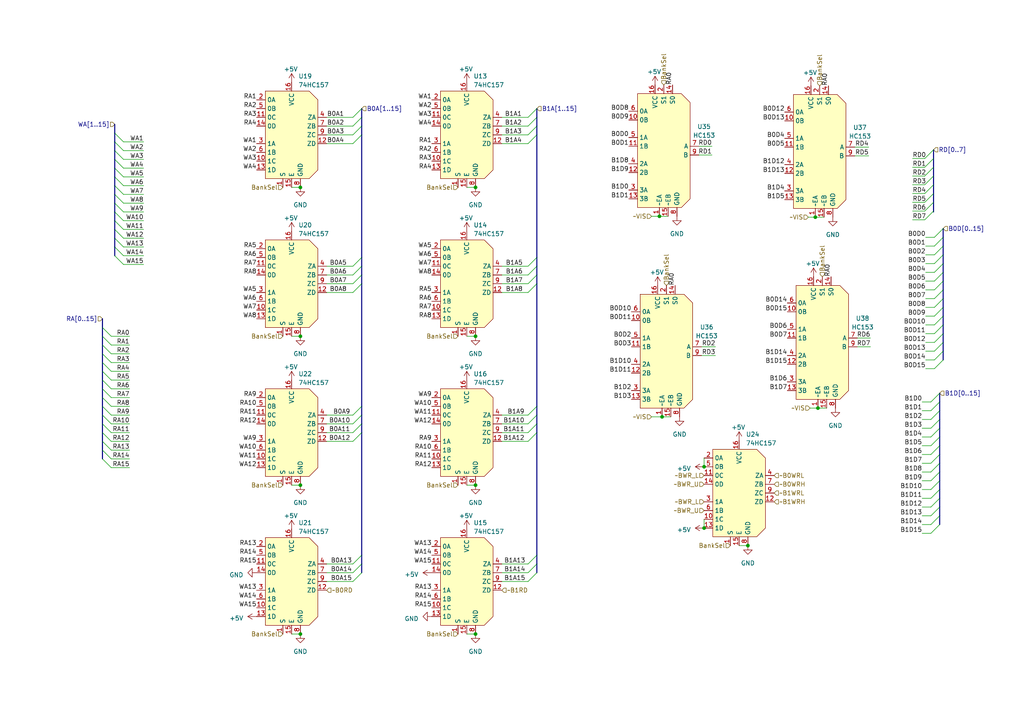
<source format=kicad_sch>
(kicad_sch (version 20230121) (generator eeschema)
  (paper "A4")
  (lib_symbols
    (symbol "68000:HC153"
      (property "Reference" "U" (at 0.254 -0.508 0))
      (property "Value" "HC153" (at 0.254 -3.556 0))
      (symbol "HC153_1_1"
        (polyline (pts (xy 1.27 -6.35) (xy 13.97 -6.35) (xy 16.51 -8.89) (xy 16.51 -36.83) (xy 13.97 -39.37) (xy 1.27 -39.37) (xy 1.27 -6.35)) (fill (type background)))
        (pin input line (at 7.62 -41.91 90) (length 2.54) (name "~EA") (number "1"))
        (pin input line (at -1.27 -13.97 0) (length 2.54) (name "0B") (number "10"))
        (pin input line (at -1.27 -21.59 0) (length 2.54) (name "1B") (number "11"))
        (pin input line (at -1.27 -29.21 0) (length 2.54) (name "2B") (number "12"))
        (pin input line (at -1.27 -36.83 0) (length 2.54) (name "3B") (number "13"))
        (pin input line (at 11.43 -3.81 270) (length 2.54) (name "S0") (number "14"))
        (pin input line (at 10.16 -41.91 90) (length 2.54) (name "~EB") (number "15"))
        (pin power_in line (at 6.35 -3.81 270) (length 2.54) (name "VCC") (number "16"))
        (pin input line (at 8.89 -3.81 270) (length 2.54) (name "S1") (number "2"))
        (pin input line (at -1.27 -34.29 0) (length 2.54) (name "3A") (number "3"))
        (pin input line (at -1.27 -26.67 0) (length 2.54) (name "2A") (number "4"))
        (pin input line (at -1.27 -19.05 0) (length 2.54) (name "1A") (number "5"))
        (pin input line (at -1.27 -11.43 0) (length 2.54) (name "0A") (number "6"))
        (pin output line (at 19.05 -21.59 180) (length 2.54) (name "A") (number "7"))
        (pin power_in line (at 12.7 -41.91 90) (length 2.54) (name "GND") (number "8"))
        (pin output line (at 19.05 -24.13 180) (length 2.54) (name "B") (number "9"))
      )
    )
    (symbol "68000:HC157"
      (property "Reference" "U" (at 0.762 5.334 0))
      (property "Value" "74HC157" (at 0 2.032 0))
      (symbol "HC157_1_1"
        (polyline (pts (xy 0 0) (xy 12.7 0) (xy 15.24 -2.54) (xy 15.24 -22.86) (xy 12.7 -25.4) (xy 0 -25.4) (xy 0 0)) (fill (type background)))
        (pin input line (at 5.08 -27.94 90) (length 2.54) (name "S") (number "1"))
        (pin input line (at -2.54 -20.32 0) (length 2.54) (name "1C") (number "10"))
        (pin input line (at -2.54 -7.62 0) (length 2.54) (name "0C") (number "11"))
        (pin output line (at 17.78 -15.24 180) (length 2.54) (name "ZD") (number "12"))
        (pin input line (at -2.54 -22.86 0) (length 2.54) (name "1D") (number "13"))
        (pin input line (at -2.54 -10.16 0) (length 2.54) (name "0D") (number "14"))
        (pin input line (at 7.62 -27.94 90) (length 2.54) (name "E") (number "15"))
        (pin power_in line (at 7.62 2.54 270) (length 2.54) (name "VCC") (number "16"))
        (pin input line (at -2.54 -2.54 0) (length 2.54) (name "0A") (number "2"))
        (pin input line (at -2.54 -15.24 0) (length 2.54) (name "1A") (number "3"))
        (pin output line (at 17.78 -7.62 180) (length 2.54) (name "ZA") (number "4"))
        (pin input line (at -2.54 -5.08 0) (length 2.54) (name "0B") (number "5"))
        (pin input line (at -2.54 -17.78 0) (length 2.54) (name "1B") (number "6"))
        (pin output line (at 17.78 -10.16 180) (length 2.54) (name "ZB") (number "7"))
        (pin power_in line (at 10.16 -27.94 90) (length 2.54) (name "GND") (number "8"))
        (pin output line (at 17.78 -12.7 180) (length 2.54) (name "ZC") (number "9"))
      )
    )
    (symbol "HC157_1"
      (property "Reference" "U" (at 0.762 5.334 0))
      (property "Value" "74HC157" (at 0 2.032 0))
      (symbol "HC157_1_1_1"
        (polyline (pts (xy 0 0) (xy 12.7 0) (xy 15.24 -2.54) (xy 15.24 -22.86) (xy 12.7 -25.4) (xy 0 -25.4) (xy 0 0)) (fill (type background)))
        (pin input line (at 5.08 -27.94 90) (length 2.54) (name "S") (number "1"))
        (pin input line (at -2.54 -20.32 0) (length 2.54) (name "1C") (number "10"))
        (pin input line (at -2.54 -7.62 0) (length 2.54) (name "0C") (number "11"))
        (pin output line (at 17.78 -15.24 180) (length 2.54) (name "ZD") (number "12"))
        (pin input line (at -2.54 -22.86 0) (length 2.54) (name "1D") (number "13"))
        (pin input line (at -2.54 -10.16 0) (length 2.54) (name "0D") (number "14"))
        (pin input line (at 7.62 -27.94 90) (length 2.54) (name "E") (number "15"))
        (pin power_in line (at 7.62 2.54 270) (length 2.54) (name "VCC") (number "16"))
        (pin input line (at -2.54 -2.54 0) (length 2.54) (name "0A") (number "2"))
        (pin input line (at -2.54 -15.24 0) (length 2.54) (name "1A") (number "3"))
        (pin output line (at 17.78 -7.62 180) (length 2.54) (name "ZA") (number "4"))
        (pin input line (at -2.54 -5.08 0) (length 2.54) (name "0B") (number "5"))
        (pin input line (at -2.54 -17.78 0) (length 2.54) (name "1B") (number "6"))
        (pin output line (at 17.78 -10.16 180) (length 2.54) (name "ZB") (number "7"))
        (pin power_in line (at 10.16 -27.94 90) (length 2.54) (name "GND") (number "8"))
        (pin output line (at 17.78 -12.7 180) (length 2.54) (name "ZC") (number "9"))
      )
    )
    (symbol "power:+5V" (power) (pin_names (offset 0))
      (property "Value" "+5V" (at 0 3.556 0))
      (symbol "+5V_0_1"
        (polyline (pts (xy -0.762 1.27) (xy 0 2.54)))
        (polyline (pts (xy 0 0) (xy 0 2.54)))
        (polyline (pts (xy 0 2.54) (xy 0.762 1.27)))
      )
      (symbol "+5V_1_1"
        (pin power_in line (at 0 0 90) (length 0) hide (name "+5V") (number "1"))
      )
    )
    (symbol "power:GND" (power) (pin_names (offset 0))
      (property "Value" "GND" (at 0 -3.81 0))
      (symbol "GND_0_1"
        (polyline (pts (xy 0 0) (xy 0 -1.27) (xy 1.27 -1.27) (xy 0 -2.54) (xy -1.27 -1.27) (xy 0 -1.27)))
      )
      (symbol "GND_1_1"
        (pin power_in line (at 0 0 270) (length 0) hide (name "GND") (number "1"))
      )
    )
  )
  (junction (at 137.922 97.536))
  (junction (at 87.122 140.716))
  (junction (at 204.216 153.162))
  (junction (at 87.122 183.896))
  (junction (at 216.916 158.242))
  (junction (at 236.474 62.992))
  (junction (at 192.024 120.904))
  (junction (at 204.216 135.382))
  (junction (at 87.122 54.356))
  (junction (at 237.236 118.364))
  (junction (at 137.922 140.716))
  (junction (at 137.922 183.896))
  (junction (at 137.922 54.356))
  (junction (at 87.122 97.536))
  (junction (at 191.262 62.738))
  (bus_entry (at 32.258 122.936) (size -2.54 -2.54))
  (bus_entry (at 153.162 125.476) (size 2.54 -2.54))
  (bus_entry (at 270.002 152.146) (size 2.54 -2.54))
  (bus_entry (at 270.002 129.286) (size 2.54 -2.54))
  (bus_entry (at 102.362 125.476) (size 2.54 -2.54))
  (bus_entry (at 268.224 61.214) (size 2.54 -2.54))
  (bus_entry (at 102.362 34.036) (size 2.54 -2.54))
  (bus_entry (at 102.362 163.576) (size 2.54 -2.54))
  (bus_entry (at 35.814 53.848) (size -2.54 -2.54))
  (bus_entry (at 271.018 106.934) (size 2.54 -2.54))
  (bus_entry (at 270.002 126.746) (size 2.54 -2.54))
  (bus_entry (at 268.224 56.134) (size 2.54 -2.54))
  (bus_entry (at 270.002 154.686) (size 2.54 -2.54))
  (bus_entry (at 32.258 115.316) (size -2.54 -2.54))
  (bus_entry (at 102.362 168.656) (size 2.54 -2.54))
  (bus_entry (at 102.362 166.116) (size 2.54 -2.54))
  (bus_entry (at 35.814 56.388) (size -2.54 -2.54))
  (bus_entry (at 271.018 96.774) (size 2.54 -2.54))
  (bus_entry (at 153.162 39.116) (size 2.54 -2.54))
  (bus_entry (at 35.814 69.088) (size -2.54 -2.54))
  (bus_entry (at 268.224 63.754) (size 2.54 -2.54))
  (bus_entry (at 270.002 147.066) (size 2.54 -2.54))
  (bus_entry (at 35.814 46.228) (size -2.54 -2.54))
  (bus_entry (at 32.258 105.156) (size -2.54 -2.54))
  (bus_entry (at 270.002 149.606) (size 2.54 -2.54))
  (bus_entry (at 102.362 79.756) (size 2.54 -2.54))
  (bus_entry (at 102.362 39.116) (size 2.54 -2.54))
  (bus_entry (at 32.258 102.616) (size -2.54 -2.54))
  (bus_entry (at 102.362 120.396) (size 2.54 -2.54))
  (bus_entry (at 35.814 58.928) (size -2.54 -2.54))
  (bus_entry (at 153.162 34.036) (size 2.54 -2.54))
  (bus_entry (at 271.018 71.374) (size 2.54 -2.54))
  (bus_entry (at 35.814 43.688) (size -2.54 -2.54))
  (bus_entry (at 32.258 133.096) (size -2.54 -2.54))
  (bus_entry (at 270.002 124.206) (size 2.54 -2.54))
  (bus_entry (at 32.258 97.536) (size -2.54 -2.54))
  (bus_entry (at 270.002 131.826) (size 2.54 -2.54))
  (bus_entry (at 32.258 128.016) (size -2.54 -2.54))
  (bus_entry (at 32.258 107.696) (size -2.54 -2.54))
  (bus_entry (at 32.258 125.476) (size -2.54 -2.54))
  (bus_entry (at 270.002 121.666) (size 2.54 -2.54))
  (bus_entry (at 153.162 77.216) (size 2.54 -2.54))
  (bus_entry (at 270.002 144.526) (size 2.54 -2.54))
  (bus_entry (at 271.018 86.614) (size 2.54 -2.54))
  (bus_entry (at 268.224 51.054) (size 2.54 -2.54))
  (bus_entry (at 271.018 89.154) (size 2.54 -2.54))
  (bus_entry (at 35.814 48.768) (size -2.54 -2.54))
  (bus_entry (at 35.814 61.468) (size -2.54 -2.54))
  (bus_entry (at 32.258 135.636) (size -2.54 -2.54))
  (bus_entry (at 153.162 82.296) (size 2.54 -2.54))
  (bus_entry (at 271.018 101.854) (size 2.54 -2.54))
  (bus_entry (at 270.002 136.906) (size 2.54 -2.54))
  (bus_entry (at 268.224 48.514) (size 2.54 -2.54))
  (bus_entry (at 32.258 100.076) (size -2.54 -2.54))
  (bus_entry (at 271.018 104.394) (size 2.54 -2.54))
  (bus_entry (at 35.814 41.148) (size -2.54 -2.54))
  (bus_entry (at 35.814 71.628) (size -2.54 -2.54))
  (bus_entry (at 32.258 112.776) (size -2.54 -2.54))
  (bus_entry (at 268.224 53.594) (size 2.54 -2.54))
  (bus_entry (at 153.162 128.016) (size 2.54 -2.54))
  (bus_entry (at 32.258 117.856) (size -2.54 -2.54))
  (bus_entry (at 102.362 122.936) (size 2.54 -2.54))
  (bus_entry (at 153.162 168.656) (size 2.54 -2.54))
  (bus_entry (at 271.018 94.234) (size 2.54 -2.54))
  (bus_entry (at 102.362 128.016) (size 2.54 -2.54))
  (bus_entry (at 270.002 116.586) (size 2.54 -2.54))
  (bus_entry (at 102.362 84.836) (size 2.54 -2.54))
  (bus_entry (at 32.258 110.236) (size -2.54 -2.54))
  (bus_entry (at 153.162 163.576) (size 2.54 -2.54))
  (bus_entry (at 270.002 119.126) (size 2.54 -2.54))
  (bus_entry (at 153.162 122.936) (size 2.54 -2.54))
  (bus_entry (at 268.224 58.674) (size 2.54 -2.54))
  (bus_entry (at 271.018 68.834) (size 2.54 -2.54))
  (bus_entry (at 268.224 45.974) (size 2.54 -2.54))
  (bus_entry (at 153.162 166.116) (size 2.54 -2.54))
  (bus_entry (at 271.018 73.914) (size 2.54 -2.54))
  (bus_entry (at 153.162 36.576) (size 2.54 -2.54))
  (bus_entry (at 271.018 78.994) (size 2.54 -2.54))
  (bus_entry (at 153.162 41.656) (size 2.54 -2.54))
  (bus_entry (at 153.162 120.396) (size 2.54 -2.54))
  (bus_entry (at 35.814 74.168) (size -2.54 -2.54))
  (bus_entry (at 153.162 84.836) (size 2.54 -2.54))
  (bus_entry (at 153.162 79.756) (size 2.54 -2.54))
  (bus_entry (at 102.362 36.576) (size 2.54 -2.54))
  (bus_entry (at 271.018 91.694) (size 2.54 -2.54))
  (bus_entry (at 270.002 141.986) (size 2.54 -2.54))
  (bus_entry (at 35.814 51.308) (size -2.54 -2.54))
  (bus_entry (at 32.258 130.556) (size -2.54 -2.54))
  (bus_entry (at 102.362 82.296) (size 2.54 -2.54))
  (bus_entry (at 35.814 64.008) (size -2.54 -2.54))
  (bus_entry (at 35.814 66.548) (size -2.54 -2.54))
  (bus_entry (at 102.362 41.656) (size 2.54 -2.54))
  (bus_entry (at 271.018 76.454) (size 2.54 -2.54))
  (bus_entry (at 35.814 76.708) (size -2.54 -2.54))
  (bus_entry (at 271.018 84.074) (size 2.54 -2.54))
  (bus_entry (at 270.002 139.446) (size 2.54 -2.54))
  (bus_entry (at 270.002 134.366) (size 2.54 -2.54))
  (bus_entry (at 271.018 99.314) (size 2.54 -2.54))
  (bus_entry (at 271.018 81.534) (size 2.54 -2.54))
  (bus_entry (at 102.362 77.216) (size 2.54 -2.54))
  (bus_entry (at 32.258 120.396) (size -2.54 -2.54))
  (wire (pts (xy 264.668 58.674) (xy 268.224 58.674)))
  (bus (pts (xy 272.542 129.286) (xy 272.542 131.826)))
  (wire (pts (xy 191.262 62.738) (xy 193.802 62.738)))
  (wire (pts (xy 268.478 99.314) (xy 271.018 99.314)))
  (wire (pts (xy 84.582 183.896) (xy 87.122 183.896)))
  (wire (pts (xy 268.478 73.914) (xy 271.018 73.914)))
  (wire (pts (xy 267.462 154.686) (xy 270.002 154.686)))
  (bus (pts (xy 33.274 64.008) (xy 33.274 66.548)))
  (bus (pts (xy 270.764 45.974) (xy 270.764 48.514)))
  (wire (pts (xy 84.582 140.716) (xy 87.122 140.716)))
  (bus (pts (xy 155.702 120.396) (xy 155.702 122.936)))
  (wire (pts (xy 35.814 69.088) (xy 41.656 69.088)))
  (bus (pts (xy 273.558 68.834) (xy 273.558 71.374)))
  (wire (pts (xy 32.258 117.856) (xy 37.592 117.856)))
  (bus (pts (xy 104.902 163.576) (xy 104.902 166.116)))
  (bus (pts (xy 104.902 34.036) (xy 104.902 36.576)))
  (wire (pts (xy 145.542 122.936) (xy 153.162 122.936)))
  (wire (pts (xy 251.968 45.212) (xy 247.904 45.212)))
  (bus (pts (xy 155.702 39.116) (xy 155.702 74.676)))
  (wire (pts (xy 188.976 120.904) (xy 192.024 120.904)))
  (wire (pts (xy 135.382 183.896) (xy 137.922 183.896)))
  (wire (pts (xy 94.742 84.836) (xy 102.362 84.836)))
  (wire (pts (xy 267.462 121.666) (xy 270.002 121.666)))
  (wire (pts (xy 214.376 158.242) (xy 216.916 158.242)))
  (wire (pts (xy 237.236 118.364) (xy 239.776 118.364)))
  (wire (pts (xy 204.216 135.382) (xy 204.216 132.842)))
  (wire (pts (xy 268.478 101.854) (xy 271.018 101.854)))
  (bus (pts (xy 273.558 101.854) (xy 273.558 104.394)))
  (bus (pts (xy 29.718 125.476) (xy 29.718 128.016)))
  (wire (pts (xy 84.582 54.356) (xy 87.122 54.356)))
  (bus (pts (xy 273.558 78.994) (xy 273.558 81.534)))
  (bus (pts (xy 29.718 122.936) (xy 29.718 125.476)))
  (wire (pts (xy 145.542 120.396) (xy 153.162 120.396)))
  (wire (pts (xy 234.442 62.992) (xy 236.474 62.992)))
  (bus (pts (xy 272.542 121.666) (xy 272.542 124.206)))
  (bus (pts (xy 33.274 36.068) (xy 33.274 38.608)))
  (wire (pts (xy 94.742 41.656) (xy 102.362 41.656)))
  (wire (pts (xy 32.258 122.936) (xy 37.592 122.936)))
  (bus (pts (xy 29.718 112.776) (xy 29.718 115.316)))
  (wire (pts (xy 32.258 115.316) (xy 37.592 115.316)))
  (bus (pts (xy 273.558 86.614) (xy 273.558 89.154)))
  (bus (pts (xy 273.558 71.374) (xy 273.558 73.914)))
  (wire (pts (xy 35.814 71.628) (xy 41.656 71.628)))
  (wire (pts (xy 84.582 97.536) (xy 87.122 97.536)))
  (wire (pts (xy 268.478 104.394) (xy 271.018 104.394)))
  (wire (pts (xy 94.742 77.216) (xy 102.362 77.216)))
  (bus (pts (xy 273.558 94.234) (xy 273.558 96.774)))
  (bus (pts (xy 29.718 112.776) (xy 29.718 110.236)))
  (bus (pts (xy 104.902 161.036) (xy 104.902 163.576)))
  (bus (pts (xy 270.764 56.134) (xy 270.764 58.674)))
  (wire (pts (xy 188.976 62.738) (xy 191.262 62.738)))
  (bus (pts (xy 270.764 61.214) (xy 270.764 61.468)))
  (wire (pts (xy 268.478 78.994) (xy 271.018 78.994)))
  (wire (pts (xy 207.518 103.124) (xy 203.454 103.124)))
  (wire (pts (xy 145.542 163.576) (xy 153.162 163.576)))
  (wire (pts (xy 32.258 112.776) (xy 37.592 112.776)))
  (wire (pts (xy 268.478 94.234) (xy 271.018 94.234)))
  (bus (pts (xy 104.902 120.396) (xy 104.902 122.936)))
  (wire (pts (xy 207.518 100.584) (xy 203.454 100.584)))
  (wire (pts (xy 32.258 102.616) (xy 37.592 102.616)))
  (bus (pts (xy 273.558 89.154) (xy 273.558 91.694)))
  (bus (pts (xy 104.902 74.676) (xy 104.902 77.216)))
  (bus (pts (xy 33.274 41.148) (xy 33.274 43.688)))
  (wire (pts (xy 94.742 79.756) (xy 102.362 79.756)))
  (wire (pts (xy 32.258 100.076) (xy 37.592 100.076)))
  (bus (pts (xy 272.542 149.606) (xy 272.542 152.146)))
  (bus (pts (xy 104.902 122.936) (xy 104.902 125.476)))
  (wire (pts (xy 35.814 41.148) (xy 41.656 41.148)))
  (wire (pts (xy 145.542 41.656) (xy 153.162 41.656)))
  (wire (pts (xy 252.476 100.584) (xy 248.666 100.584)))
  (wire (pts (xy 145.542 166.116) (xy 153.162 166.116)))
  (wire (pts (xy 267.462 116.586) (xy 270.002 116.586)))
  (wire (pts (xy 145.542 39.116) (xy 153.162 39.116)))
  (bus (pts (xy 273.558 99.314) (xy 273.558 101.854)))
  (bus (pts (xy 272.542 136.906) (xy 272.542 139.446)))
  (bus (pts (xy 29.718 92.456) (xy 29.718 94.996)))
  (bus (pts (xy 272.542 116.586) (xy 272.542 119.126)))
  (bus (pts (xy 33.274 48.768) (xy 33.274 51.308)))
  (bus (pts (xy 272.542 139.446) (xy 272.542 141.986)))
  (wire (pts (xy 252.476 98.044) (xy 248.666 98.044)))
  (bus (pts (xy 155.702 36.576) (xy 155.702 39.116)))
  (bus (pts (xy 273.558 96.774) (xy 273.558 99.314)))
  (bus (pts (xy 155.702 82.296) (xy 155.702 117.856)))
  (bus (pts (xy 29.718 107.696) (xy 29.718 110.236)))
  (bus (pts (xy 104.902 117.856) (xy 104.902 120.396)))
  (wire (pts (xy 32.258 105.156) (xy 37.592 105.156)))
  (bus (pts (xy 155.702 79.756) (xy 155.702 82.296)))
  (bus (pts (xy 155.702 31.496) (xy 155.702 34.036)))
  (bus (pts (xy 270.764 58.674) (xy 270.764 61.214)))
  (wire (pts (xy 94.742 39.116) (xy 102.362 39.116)))
  (wire (pts (xy 145.542 128.016) (xy 153.162 128.016)))
  (bus (pts (xy 33.274 61.468) (xy 33.274 58.928)))
  (wire (pts (xy 94.742 125.476) (xy 102.362 125.476)))
  (bus (pts (xy 29.718 102.616) (xy 29.718 105.156)))
  (bus (pts (xy 33.274 69.088) (xy 33.274 71.628)))
  (bus (pts (xy 33.274 64.008) (xy 33.274 61.468)))
  (bus (pts (xy 33.274 56.388) (xy 33.274 58.928)))
  (wire (pts (xy 135.382 97.536) (xy 137.922 97.536)))
  (wire (pts (xy 268.478 68.834) (xy 271.018 68.834)))
  (bus (pts (xy 272.542 141.986) (xy 272.542 144.526)))
  (bus (pts (xy 33.274 66.548) (xy 33.274 69.088)))
  (bus (pts (xy 33.274 51.308) (xy 33.274 53.848)))
  (wire (pts (xy 192.024 120.904) (xy 194.564 120.904)))
  (wire (pts (xy 35.814 43.688) (xy 41.656 43.688)))
  (wire (pts (xy 267.462 136.906) (xy 270.002 136.906)))
  (wire (pts (xy 35.814 61.468) (xy 41.656 61.468)))
  (wire (pts (xy 32.258 120.396) (xy 37.592 120.396)))
  (bus (pts (xy 104.902 79.756) (xy 104.902 82.296)))
  (bus (pts (xy 155.702 163.576) (xy 155.702 166.116)))
  (bus (pts (xy 155.702 77.216) (xy 155.702 79.756)))
  (bus (pts (xy 33.274 38.608) (xy 33.274 41.148)))
  (wire (pts (xy 236.474 62.992) (xy 239.014 62.992)))
  (wire (pts (xy 267.462 129.286) (xy 270.002 129.286)))
  (wire (pts (xy 264.668 61.214) (xy 268.224 61.214)))
  (wire (pts (xy 204.216 150.622) (xy 204.216 153.162)))
  (wire (pts (xy 268.478 106.934) (xy 271.018 106.934)))
  (wire (pts (xy 32.258 130.556) (xy 37.592 130.556)))
  (wire (pts (xy 35.814 74.168) (xy 41.656 74.168)))
  (wire (pts (xy 268.478 91.694) (xy 271.018 91.694)))
  (wire (pts (xy 267.462 141.986) (xy 270.002 141.986)))
  (wire (pts (xy 94.742 168.656) (xy 102.362 168.656)))
  (wire (pts (xy 135.382 140.716) (xy 137.922 140.716)))
  (bus (pts (xy 29.718 120.396) (xy 29.718 122.936)))
  (wire (pts (xy 267.462 144.526) (xy 270.002 144.526)))
  (bus (pts (xy 270.764 53.594) (xy 270.764 56.134)))
  (wire (pts (xy 145.542 125.476) (xy 153.162 125.476)))
  (bus (pts (xy 29.718 117.856) (xy 29.718 115.316)))
  (bus (pts (xy 104.902 125.476) (xy 104.902 161.036)))
  (bus (pts (xy 29.718 105.156) (xy 29.718 107.696)))
  (bus (pts (xy 272.542 119.126) (xy 272.542 121.666)))
  (bus (pts (xy 270.764 48.514) (xy 270.764 51.054)))
  (wire (pts (xy 35.814 56.388) (xy 41.656 56.388)))
  (bus (pts (xy 33.274 56.388) (xy 33.274 53.848)))
  (wire (pts (xy 267.462 139.446) (xy 270.002 139.446)))
  (wire (pts (xy 94.742 82.296) (xy 102.362 82.296)))
  (bus (pts (xy 272.542 134.366) (xy 272.542 136.906)))
  (wire (pts (xy 251.968 42.672) (xy 247.904 42.672)))
  (wire (pts (xy 145.542 36.576) (xy 153.162 36.576)))
  (wire (pts (xy 94.742 36.576) (xy 102.362 36.576)))
  (bus (pts (xy 104.902 82.296) (xy 104.902 117.856)))
  (bus (pts (xy 270.764 51.054) (xy 270.764 53.594)))
  (wire (pts (xy 94.742 128.016) (xy 102.362 128.016)))
  (wire (pts (xy 264.668 56.134) (xy 268.224 56.134)))
  (bus (pts (xy 104.902 36.576) (xy 104.902 39.116)))
  (wire (pts (xy 94.742 166.116) (xy 102.362 166.116)))
  (wire (pts (xy 268.478 71.374) (xy 271.018 71.374)))
  (wire (pts (xy 35.814 53.848) (xy 41.656 53.848)))
  (bus (pts (xy 272.542 147.066) (xy 272.542 149.606)))
  (bus (pts (xy 29.718 100.076) (xy 29.718 102.616)))
  (bus (pts (xy 29.718 97.536) (xy 29.718 100.076)))
  (wire (pts (xy 264.668 51.054) (xy 268.224 51.054)))
  (wire (pts (xy 94.742 34.036) (xy 102.362 34.036)))
  (bus (pts (xy 104.902 77.216) (xy 104.902 79.756)))
  (wire (pts (xy 32.258 133.096) (xy 37.592 133.096)))
  (bus (pts (xy 155.702 34.036) (xy 155.702 36.576)))
  (wire (pts (xy 234.95 118.364) (xy 237.236 118.364)))
  (wire (pts (xy 267.462 152.146) (xy 270.002 152.146)))
  (bus (pts (xy 29.718 94.996) (xy 29.718 97.536)))
  (bus (pts (xy 155.702 74.676) (xy 155.702 77.216)))
  (wire (pts (xy 267.462 126.746) (xy 270.002 126.746)))
  (wire (pts (xy 94.742 120.396) (xy 102.362 120.396)))
  (bus (pts (xy 273.558 81.534) (xy 273.558 84.074)))
  (bus (pts (xy 155.702 122.936) (xy 155.702 125.476)))
  (wire (pts (xy 135.382 54.356) (xy 137.922 54.356)))
  (bus (pts (xy 272.542 124.206) (xy 272.542 126.746)))
  (bus (pts (xy 273.558 84.074) (xy 273.558 86.614)))
  (wire (pts (xy 267.462 119.126) (xy 270.002 119.126)))
  (wire (pts (xy 206.502 42.418) (xy 202.692 42.418)))
  (wire (pts (xy 35.814 66.548) (xy 41.656 66.548)))
  (wire (pts (xy 145.542 79.756) (xy 153.162 79.756)))
  (wire (pts (xy 32.258 135.636) (xy 37.592 135.636)))
  (wire (pts (xy 94.742 122.936) (xy 102.362 122.936)))
  (wire (pts (xy 268.478 96.774) (xy 271.018 96.774)))
  (wire (pts (xy 35.814 46.228) (xy 41.656 46.228)))
  (bus (pts (xy 273.558 73.914) (xy 273.558 76.454)))
  (wire (pts (xy 264.668 53.594) (xy 268.224 53.594)))
  (wire (pts (xy 268.224 45.974) (xy 264.668 45.974)))
  (bus (pts (xy 33.274 71.628) (xy 33.274 74.168)))
  (bus (pts (xy 29.718 130.556) (xy 29.718 133.096)))
  (bus (pts (xy 272.542 144.526) (xy 272.542 147.066)))
  (bus (pts (xy 155.702 117.856) (xy 155.702 120.396)))
  (wire (pts (xy 268.478 89.154) (xy 271.018 89.154)))
  (wire (pts (xy 264.668 63.754) (xy 268.224 63.754)))
  (wire (pts (xy 35.814 58.928) (xy 41.656 58.928)))
  (wire (pts (xy 145.542 168.656) (xy 153.162 168.656)))
  (bus (pts (xy 155.702 161.036) (xy 155.702 163.576)))
  (bus (pts (xy 272.542 126.746) (xy 272.542 129.286)))
  (wire (pts (xy 32.258 110.236) (xy 37.592 110.236)))
  (wire (pts (xy 35.814 48.768) (xy 41.656 48.768)))
  (wire (pts (xy 32.258 97.536) (xy 37.592 97.536)))
  (wire (pts (xy 145.542 34.036) (xy 153.162 34.036)))
  (wire (pts (xy 35.814 76.708) (xy 41.656 76.708)))
  (wire (pts (xy 145.542 77.216) (xy 153.162 77.216)))
  (wire (pts (xy 268.478 86.614) (xy 271.018 86.614)))
  (wire (pts (xy 264.668 48.514) (xy 268.224 48.514)))
  (bus (pts (xy 29.718 128.016) (xy 29.718 130.556)))
  (wire (pts (xy 32.258 107.696) (xy 37.592 107.696)))
  (wire (pts (xy 94.742 163.576) (xy 102.362 163.576)))
  (bus (pts (xy 33.274 46.228) (xy 33.274 48.768)))
  (bus (pts (xy 33.274 43.688) (xy 33.274 46.228)))
  (bus (pts (xy 270.764 43.434) (xy 270.764 45.974)))
  (wire (pts (xy 145.542 84.836) (xy 153.162 84.836)))
  (wire (pts (xy 35.814 64.008) (xy 41.656 64.008)))
  (bus (pts (xy 272.542 114.046) (xy 272.542 116.586)))
  (wire (pts (xy 32.258 125.476) (xy 37.592 125.476)))
  (wire (pts (xy 206.502 44.958) (xy 202.692 44.958)))
  (bus (pts (xy 273.558 66.294) (xy 273.558 68.834)))
  (wire (pts (xy 32.258 128.016) (xy 37.592 128.016)))
  (wire (pts (xy 268.478 76.454) (xy 271.018 76.454)))
  (wire (pts (xy 35.814 51.308) (xy 41.656 51.308)))
  (bus (pts (xy 273.558 76.454) (xy 273.558 78.994)))
  (bus (pts (xy 273.558 91.694) (xy 273.558 94.234)))
  (wire (pts (xy 268.478 81.534) (xy 271.018 81.534)))
  (wire (pts (xy 267.462 134.366) (xy 270.002 134.366)))
  (bus (pts (xy 104.902 39.116) (xy 104.902 74.676)))
  (wire (pts (xy 145.542 82.296) (xy 153.162 82.296)))
  (wire (pts (xy 267.462 124.206) (xy 270.002 124.206)))
  (wire (pts (xy 268.478 84.074) (xy 271.018 84.074)))
  (bus (pts (xy 104.902 31.496) (xy 104.902 34.036)))
  (bus (pts (xy 29.718 120.396) (xy 29.718 117.856)))
  (wire (pts (xy 267.462 131.826) (xy 270.002 131.826)))
  (wire (pts (xy 267.462 149.606) (xy 270.002 149.606)))
  (bus (pts (xy 272.542 131.826) (xy 272.542 134.366)))
  (wire (pts (xy 267.462 147.066) (xy 270.002 147.066)))
  (bus (pts (xy 155.702 125.476) (xy 155.702 161.036)))
  (label "WA14" (at 74.422 173.736 180))
  (label "B0D11" (at 268.478 96.774 180))
  (label "RA11" (at 125.222 133.096 180))
  (label "RA15" (at 74.422 163.576 180))
  (label "B1D9" (at 182.372 50.038 180))
  (label "B1A10" (at 152.146 122.936 180))
  (label "B1D14" (at 228.346 103.124 180))
  (label "B0D10" (at 183.134 90.424 180))
  (label "RD2" (at 264.668 51.054 0))
  (label "B0D13" (at 268.478 101.854 180))
  (label "B0A2" (at 99.822 36.576 180))
  (label "RD4" (at 264.668 56.134 0))
  (label "B1D10" (at 267.462 141.986 180))
  (label "RA15" (at 125.222 176.276 180))
  (label "RA4" (at 37.592 107.696 180))
  (label "RA6" (at 125.222 87.376 180))
  (label "RA12" (at 74.422 122.936 180))
  (label "B0D7" (at 268.478 86.614 180))
  (label "RA13" (at 125.222 171.196 180))
  (label "WA14" (at 125.222 161.036 180))
  (label "WA11" (at 74.422 133.096 180))
  (label "RD0" (at 264.668 45.974 0))
  (label "B1D11" (at 267.462 144.526 180))
  (label "WA2" (at 74.422 44.196 180))
  (label "B0D1" (at 182.372 42.418 180))
  (label "WA15" (at 41.656 76.708 180))
  (label "RA12" (at 37.592 128.016 180))
  (label "RA8" (at 74.422 79.756 180))
  (label "B1A12" (at 152.146 128.016 180))
  (label "B1D4" (at 227.584 55.372 180))
  (label "B0D8" (at 182.372 32.258 180))
  (label "B1D8" (at 267.462 136.906 180))
  (label "RA3" (at 74.422 34.036 180))
  (label "WA8" (at 125.222 79.756 180))
  (label "WA3" (at 74.422 46.736 180))
  (label "B1D7" (at 228.346 113.284 180))
  (label "RA1" (at 125.222 41.656 180))
  (label "B0D10" (at 268.478 94.234 180))
  (label "WA5" (at 125.222 72.136 180))
  (label "RA2" (at 37.592 102.616 180))
  (label "WA11" (at 41.656 66.548 180))
  (label "B1A11" (at 152.146 125.476 180))
  (label "RD5" (at 264.668 58.674 0))
  (label "B0D4" (at 227.584 40.132 180))
  (label "B1D0" (at 182.372 55.118 180))
  (label "B0A15" (at 102.108 168.656 180))
  (label "RA1" (at 74.422 28.956 180))
  (label "WA5" (at 41.656 51.308 180))
  (label "WA6" (at 74.422 87.376 180))
  (label "B0D2" (at 268.478 73.914 180))
  (label "RA0" (at 37.592 97.536 180))
  (label "B0D0" (at 268.478 68.834 180))
  (label "B1D6" (at 228.346 110.744 180))
  (label "WA12" (at 74.422 135.636 180))
  (label "RA2" (at 74.422 31.496 180))
  (label "B0D0" (at 182.372 39.878 180))
  (label "B1D3" (at 183.134 115.824 180))
  (label "RA4" (at 125.222 49.276 180))
  (label "B0D4" (at 268.478 78.994 180))
  (label "RD1" (at 264.668 48.514 0))
  (label "B1D5" (at 267.462 129.286 180))
  (label "B1D11" (at 183.134 108.204 180))
  (label "B0D6" (at 228.346 95.504 180))
  (label "RA5" (at 37.592 110.236 180))
  (label "B0D12" (at 268.478 99.314 180))
  (label "WA9" (at 125.222 115.316 180))
  (label "WA6" (at 41.656 53.848 180))
  (label "RA8" (at 125.222 92.456 180))
  (label "B1A13" (at 152.4 163.576 180))
  (label "B0A3" (at 99.822 39.116 180))
  (label "WA6" (at 125.222 74.676 180))
  (label "B0A8" (at 100.584 84.836 180))
  (label "B1A6" (at 151.638 79.756 180))
  (label "B0D15" (at 228.346 90.424 180))
  (label "B0D3" (at 268.478 76.454 180))
  (label "WA5" (at 74.422 84.836 180))
  (label "B1D12" (at 227.584 47.752 180))
  (label "WA3" (at 125.222 34.036 180))
  (label "RD3" (at 207.518 103.124 180))
  (label "B1D6" (at 267.462 131.826 180))
  (label "B0D8" (at 268.478 89.154 180))
  (label "B1D13" (at 267.462 149.606 180))
  (label "WA8" (at 74.422 92.456 180))
  (label "B1D7" (at 267.462 134.366 180))
  (label "RA0" (at 195.834 82.804 90))
  (label "WA1" (at 74.422 41.656 180))
  (label "WA7" (at 74.422 89.916 180))
  (label "B1D14" (at 267.462 152.146 180))
  (label "RD5" (at 251.968 45.212 180))
  (label "RA0" (at 241.046 80.264 90))
  (label "RA7" (at 125.222 89.916 180))
  (label "B0D1" (at 268.478 71.374 180))
  (label "B1A14" (at 152.4 166.116 180))
  (label "B0D15" (at 268.478 106.934 180))
  (label "RA15" (at 37.592 135.636 180))
  (label "RA5" (at 125.222 84.836 180))
  (label "WA2" (at 41.656 43.688 180))
  (label "RA6" (at 37.592 112.776 180))
  (label "RA0" (at 195.072 24.638 90))
  (label "WA9" (at 74.422 128.016 180))
  (label "WA14" (at 41.656 74.168 180))
  (label "RA9" (at 37.592 120.396 180))
  (label "B1A15" (at 152.4 168.656 180))
  (label "WA1" (at 125.222 28.956 180))
  (label "RD1" (at 206.502 44.958 180))
  (label "RA14" (at 125.222 173.736 180))
  (label "WA10" (at 74.422 130.556 180))
  (label "RA10" (at 125.222 130.556 180))
  (label "RD6" (at 252.476 98.044 180))
  (label "RD3" (at 264.668 53.594 0))
  (label "RA2" (at 125.222 44.196 180))
  (label "B1D9" (at 267.462 139.446 180))
  (label "B1D10" (at 183.134 105.664 180))
  (label "RD7" (at 264.668 63.754 0))
  (label "RD2" (at 207.518 100.584 180))
  (label "B0D13" (at 227.584 35.052 180))
  (label "RA9" (at 74.422 115.316 180))
  (label "B0D3" (at 183.134 100.584 180))
  (label "WA12" (at 125.222 122.936 180))
  (label "B1A8" (at 151.638 84.836 180))
  (label "B1D15" (at 228.346 105.664 180))
  (label "B1D8" (at 182.372 47.498 180))
  (label "B0A7" (at 100.584 82.296 180))
  (label "WA3" (at 41.656 46.228 180))
  (label "WA10" (at 41.656 64.008 180))
  (label "B1A9" (at 152.146 120.396 180))
  (label "WA1" (at 41.656 41.148 180))
  (label "WA15" (at 74.422 176.276 180))
  (label "B0A6" (at 100.584 79.756 180))
  (label "RA10" (at 74.422 117.856 180))
  (label "B0D9" (at 182.372 34.798 180))
  (label "B1A4" (at 151.384 41.656 180))
  (label "RA9" (at 125.222 128.016 180))
  (label "RA7" (at 37.592 115.316 180))
  (label "RA14" (at 74.422 161.036 180))
  (label "B1D1" (at 182.372 57.658 180))
  (label "B0A10" (at 101.6 122.936 180))
  (label "RA3" (at 125.222 46.736 180))
  (label "RD0" (at 206.502 42.418 180))
  (label "B0A5" (at 100.584 77.216 180))
  (label "WA9" (at 41.656 61.468 180))
  (label "RA11" (at 74.422 120.396 180))
  (label "RD6" (at 264.668 61.214 0))
  (label "B1D4" (at 267.462 126.746 180))
  (label "RA12" (at 125.222 135.636 180))
  (label "B0A14" (at 102.108 166.116 180))
  (label "B0D7" (at 228.346 98.044 180))
  (label "B1D0" (at 267.462 116.586 180))
  (label "B1A7" (at 151.638 82.296 180))
  (label "B0D9" (at 268.478 91.694 180))
  (label "WA4" (at 125.222 36.576 180))
  (label "B0A4" (at 99.822 41.656 180))
  (label "B0A11" (at 101.6 125.476 180))
  (label "B1A2" (at 151.384 36.576 180))
  (label "B0A1" (at 99.822 34.036 180))
  (label "WA7" (at 41.656 56.388 180))
  (label "B1D1" (at 267.462 119.126 180))
  (label "WA10" (at 125.222 117.856 180))
  (label "WA2" (at 125.222 31.496 180))
  (label "B0D5" (at 268.478 81.534 180))
  (label "B0D12" (at 227.584 32.512 180))
  (label "B0A12" (at 101.6 128.016 180))
  (label "B1A5" (at 151.638 77.216 180))
  (label "WA13" (at 125.222 158.496 180))
  (label "B0D2" (at 183.134 98.044 180))
  (label "B1D2" (at 267.462 121.666 180))
  (label "WA8" (at 41.656 58.928 180))
  (label "WA7" (at 125.222 77.216 180))
  (label "B1D15" (at 267.462 154.686 180))
  (label "RD4" (at 251.968 42.672 180))
  (label "B1D2" (at 183.134 113.284 180))
  (label "WA4" (at 74.422 49.276 180))
  (label "B0D5" (at 227.584 42.672 180))
  (label "B1D3" (at 267.462 124.206 180))
  (label "RA6" (at 74.422 74.676 180))
  (label "B1D12" (at 267.462 147.066 180))
  (label "B0D11" (at 183.134 92.964 180))
  (label "WA13" (at 41.656 71.628 180))
  (label "RA7" (at 74.422 77.216 180))
  (label "B0D14" (at 268.478 104.394 180))
  (label "B1A1" (at 151.384 34.036 180))
  (label "RA13" (at 37.592 130.556 180))
  (label "RA13" (at 74.422 158.496 180))
  (label "RD7" (at 252.476 100.584 180))
  (label "B0A9" (at 101.6 120.396 180))
  (label "RA14" (at 37.592 133.096 180))
  (label "WA12" (at 41.656 69.088 180))
  (label "WA13" (at 74.422 171.196 180))
  (label "B0D6" (at 268.478 84.074 180))
  (label "RA8" (at 37.592 117.856 180))
  (label "B1D5" (at 227.584 57.912 180))
  (label "RA3" (at 37.592 105.156 180))
  (label "RA0" (at 240.284 24.892 90))
  (label "B1D13" (at 227.584 50.292 180))
  (label "WA15" (at 125.222 163.576 180))
  (label "B0D14" (at 228.346 87.884 180))
  (label "B0A13" (at 102.108 163.576 180))
  (label "RA10" (at 37.592 122.936 180))
  (label "WA4" (at 41.656 48.768 180))
  (label "RA5" (at 74.422 72.136 180))
  (label "RA11" (at 37.592 125.476 180))
  (label "WA11" (at 125.222 120.396 180))
  (label "RA4" (at 74.422 36.576 180))
  (label "B1A3" (at 151.384 39.116 180))
  (label "RA1" (at 37.592 100.076 180))
  (hierarchical_label "BankSel" (shape input) (at 132.842 140.716 180))
  (hierarchical_label "BankSel" (shape input) (at 82.042 97.536 180))
  (hierarchical_label "~BWR_L" (shape input) (at 204.216 137.922 180))
  (hierarchical_label "~B0WRL" (shape input) (at 224.536 137.922 0))
  (hierarchical_label "~VIS" (shape input) (at 234.95 118.364 180))
  (hierarchical_label "BankSel" (shape input) (at 193.294 82.804 90))
  (hierarchical_label "~VIS" (shape input) (at 188.976 120.904 180))
  (hierarchical_label "BankSel" (shape input) (at 238.506 80.264 90))
  (hierarchical_label "~BWR_L" (shape input) (at 204.216 145.542 180))
  (hierarchical_label "~B1WRH" (shape input) (at 224.536 145.542 0))
  (hierarchical_label "~VIS" (shape input) (at 188.976 62.738 180))
  (hierarchical_label "~B1WRL" (shape input) (at 224.536 143.002 0))
  (hierarchical_label "~VIS" (shape input) (at 234.442 62.992 180))
  (hierarchical_label "BankSel" (shape input) (at 237.744 24.892 90))
  (hierarchical_label "BankSel" (shape input) (at 132.842 97.536 180))
  (hierarchical_label "BankSel" (shape input) (at 82.042 183.896 180))
  (hierarchical_label "B0A[1..15]" (shape input) (at 104.902 31.496 0))
  (hierarchical_label "BankSel" (shape input) (at 82.042 54.356 180))
  (hierarchical_label "BankSel" (shape input) (at 192.532 24.638 90))
  (hierarchical_label "~B0RD" (shape input) (at 94.742 171.196 0))
  (hierarchical_label "B1D[0..15]" (shape input) (at 272.542 114.046 0))
  (hierarchical_label "~BWR_U" (shape input) (at 204.216 140.462 180))
  (hierarchical_label "B1A[1..15]" (shape input) (at 155.702 31.496 0))
  (hierarchical_label "BankSel" (shape input) (at 132.842 183.896 180))
  (hierarchical_label "RD[0..7]" (shape input) (at 270.764 43.434 0))
  (hierarchical_label "WA[1..15]" (shape input) (at 33.274 36.068 180))
  (hierarchical_label "~BWR_U" (shape input) (at 204.216 148.082 180))
  (hierarchical_label "BankSel" (shape input) (at 211.836 158.242 180))
  (hierarchical_label "RA[0..15]" (shape input) (at 29.718 92.456 180))
  (hierarchical_label "~B0WRH" (shape input) (at 224.536 140.462 0))
  (hierarchical_label "BankSel" (shape input) (at 82.042 140.716 180))
  (hierarchical_label "B0D[0..15]" (shape input) (at 273.558 66.294 0))
  (hierarchical_label "BankSel" (shape input) (at 132.842 54.356 180))
  (hierarchical_label "~B1RD" (shape input) (at 145.542 171.196 0))
  (symbol (lib_id "power:GND") (at 137.922 54.356 0) (unit 1)
    (property "Reference" "#PWR05" (effects hide))
    (property "Value" "GND" (at 137.922 59.436 0))
  )
  (symbol (lib_id "power:GND") (at 87.122 54.356 0) (unit 1)
    (property "Reference" "#PWR01" (effects hide))
    (property "Value" "GND" (at 87.122 59.436 0))
  )
  (symbol (lib_id "68000:HC157") (at 127.762 155.956 0) (unit 1)
    (property "Reference" "U15" (at 137.3379 151.638 0) (effects (justify left)))
    (property "Value" "74HC157" (at 137.3379 154.178 0) (effects (justify left)))
    (property "Footprint" "68000:DIP-16" (effects hide))
  )
  (symbol (lib_id "68000:HC157") (at 76.962 155.956 0) (unit 1)
    (property "Reference" "U21" (at 86.5379 151.638 0) (effects (justify left)))
    (property "Value" "74HC157" (at 86.5379 154.178 0) (effects (justify left)))
    (property "Footprint" "68000:DIP-16" (effects hide))
  )
  (symbol (lib_id "68000:HC153") (at 229.616 76.454 0) (unit 1)
    (property "Reference" "U38" (at 250.19 92.3543 0))
    (property "Value" "HC153" (at 250.19 94.8943 0))
    (property "Footprint" "68000:DIP-16" (effects hide))
  )
  (symbol (lib_id "power:+5V") (at 190.754 82.804 0) (unit 1)
    (property "Reference" "#PWR064" (effects hide))
    (property "Value" "+5V" (at 188.468 78.994 0) (effects (justify left)))
  )
  (symbol (lib_id "power:+5V") (at 84.582 23.876 0) (unit 1)
    (property "Reference" "#PWR0109" (effects hide))
    (property "Value" "+5V" (at 82.296 20.066 0) (effects (justify left)))
  )
  (symbol (lib_id "power:+5V") (at 135.382 23.876 0) (unit 1)
    (property "Reference" "#PWR0110" (effects hide))
    (property "Value" "+5V" (at 133.096 20.066 0) (effects (justify left)))
  )
  (symbol (lib_id "power:GND") (at 197.104 120.904 0) (unit 1)
    (property "Reference" "#PWR089" (effects hide))
    (property "Value" "GND" (at 197.104 125.984 0))
  )
  (symbol (lib_id "power:+5V") (at 135.382 67.056 0) (unit 1)
    (property "Reference" "#PWR0111" (effects hide))
    (property "Value" "+5V" (at 133.096 63.246 0) (effects (justify left)))
  )
  (symbol (lib_id "power:+5V") (at 135.382 110.236 0) (unit 1)
    (property "Reference" "#PWR0112" (effects hide))
    (property "Value" "+5V" (at 133.096 106.426 0) (effects (justify left)))
  )
  (symbol (lib_id "68000:HC153") (at 183.642 20.828 0) (unit 1)
    (property "Reference" "U35" (at 204.216 36.7283 0))
    (property "Value" "HC153" (at 204.216 39.2683 0))
    (property "Footprint" "68000:DIP-16" (effects hide))
  )
  (symbol (lib_id "power:GND") (at 241.554 62.992 0) (unit 1)
    (property "Reference" "#PWR0113" (effects hide))
    (property "Value" "GND" (at 241.554 68.072 0))
  )
  (symbol (lib_id "power:GND") (at 137.922 140.716 0) (unit 1)
    (property "Reference" "#PWR07" (effects hide))
    (property "Value" "GND" (at 137.922 145.796 0))
  )
  (symbol (lib_id "68000:HC157") (at 76.962 26.416 0) (unit 1)
    (property "Reference" "U19" (at 86.5379 22.098 0) (effects (justify left)))
    (property "Value" "74HC157" (at 86.5379 24.638 0) (effects (justify left)))
    (property "Footprint" "68000:DIP-16" (effects hide))
  )
  (symbol (lib_id "power:GND") (at 87.122 183.896 0) (unit 1)
    (property "Reference" "#PWR04" (effects hide))
    (property "Value" "GND" (at 87.122 188.976 0))
  )
  (symbol (lib_id "power:GND") (at 242.316 118.364 0) (unit 1)
    (property "Reference" "#PWR0114" (effects hide))
    (property "Value" "GND" (at 242.316 123.444 0))
  )
  (symbol (lib_name "HC157_1") (lib_id "68000:HC157") (at 127.762 26.416 0) (unit 1)
    (property "Reference" "U13" (at 137.3379 22.098 0) (effects (justify left)))
    (property "Value" "74HC157" (at 137.3379 24.638 0) (effects (justify left)))
    (property "Footprint" "68000:DIP-16" (effects hide))
  )
  (symbol (lib_id "68000:HC157") (at 76.962 112.776 0) (unit 1)
    (property "Reference" "U22" (at 86.5379 108.458 0) (effects (justify left)))
    (property "Value" "74HC157" (at 86.5379 110.998 0) (effects (justify left)))
    (property "Footprint" "68000:DIP-16" (effects hide))
  )
  (symbol (lib_id "power:+5V") (at 84.582 110.236 0) (unit 1)
    (property "Reference" "#PWR0107" (effects hide))
    (property "Value" "+5V" (at 82.296 106.426 0) (effects (justify left)))
  )
  (symbol (lib_id "power:+5V") (at 235.204 24.892 0) (unit 1)
    (property "Reference" "#PWR090" (effects hide))
    (property "Value" "+5V" (at 232.918 21.082 0) (effects (justify left)))
  )
  (symbol (lib_id "68000:HC153") (at 184.404 78.994 0) (unit 1)
    (property "Reference" "U36" (at 204.978 94.8943 0))
    (property "Value" "HC153" (at 204.978 97.4343 0))
    (property "Footprint" "68000:DIP-16" (effects hide))
  )
  (symbol (lib_id "power:+5V") (at 214.376 127.762 0) (unit 1)
    (property "Reference" "#PWR0105" (effects hide))
    (property "Value" "+5V" (at 212.09 123.952 0) (effects (justify left)))
  )
  (symbol (lib_id "power:GND") (at 216.916 158.242 0) (unit 1)
    (property "Reference" "#PWR027" (effects hide))
    (property "Value" "GND" (at 216.916 163.322 0))
  )
  (symbol (lib_id "power:+5V") (at 84.582 153.416 0) (unit 1)
    (property "Reference" "#PWR0106" (effects hide))
    (property "Value" "+5V" (at 82.296 149.606 0) (effects (justify left)))
  )
  (symbol (lib_id "power:+5V") (at 74.422 178.816 90) (unit 1)
    (property "Reference" "#PWR083" (effects hide))
    (property "Value" "+5V" (at 70.612 179.324 90) (effects (justify left)))
  )
  (symbol (lib_id "power:+5V") (at 135.382 153.416 0) (unit 1)
    (property "Reference" "#PWR092" (effects hide))
    (property "Value" "+5V" (at 133.096 149.606 0) (effects (justify left)))
  )
  (symbol (lib_id "power:GND") (at 87.122 140.716 0) (unit 1)
    (property "Reference" "#PWR03" (effects hide))
    (property "Value" "GND" (at 87.122 145.796 0))
  )
  (symbol (lib_id "power:GND") (at 196.342 62.738 0) (unit 1)
    (property "Reference" "#PWR088" (effects hide))
    (property "Value" "GND" (at 196.342 67.818 0))
  )
  (symbol (lib_id "power:GND") (at 137.922 183.896 0) (unit 1)
    (property "Reference" "#PWR08" (effects hide))
    (property "Value" "GND" (at 137.922 188.976 0))
  )
  (symbol (lib_id "power:+5V") (at 125.222 166.116 90) (unit 1)
    (property "Reference" "#PWR085" (effects hide))
    (property "Value" "+5V" (at 121.412 166.624 90) (effects (justify left)))
  )
  (symbol (lib_id "power:GND") (at 74.422 166.116 270) (unit 1)
    (property "Reference" "#PWR078" (effects hide))
    (property "Value" "GND" (at 70.612 166.751 90) (effects (justify right)))
  )
  (symbol (lib_id "68000:HC157") (at 76.962 69.596 0) (unit 1)
    (property "Reference" "U20" (at 86.5379 65.278 0) (effects (justify left)))
    (property "Value" "74HC157" (at 86.5379 67.818 0) (effects (justify left)))
    (property "Footprint" "68000:DIP-16" (effects hide))
  )
  (symbol (lib_id "power:GND") (at 125.222 178.816 270) (unit 1)
    (property "Reference" "#PWR084" (effects hide))
    (property "Value" "GND" (at 121.412 179.451 90) (effects (justify right)))
  )
  (symbol (lib_id "power:+5V") (at 204.216 153.162 90) (unit 1)
    (property "Reference" "#PWR087" (effects hide))
    (property "Value" "+5V" (at 200.406 153.67 90) (effects (justify left)))
  )
  (symbol (lib_id "power:+5V") (at 204.216 135.382 90) (unit 1)
    (property "Reference" "#PWR086" (effects hide))
    (property "Value" "+5V" (at 200.406 135.89 90) (effects (justify left)))
  )
  (symbol (lib_id "power:+5V") (at 235.966 80.264 0) (unit 1)
    (property "Reference" "#PWR091" (effects hide))
    (property "Value" "+5V" (at 233.68 76.454 0) (effects (justify left)))
  )
  (symbol (lib_id "68000:HC153") (at 228.854 21.082 0) (unit 1)
    (property "Reference" "U37" (at 249.428 36.9823 0))
    (property "Value" "HC153" (at 249.428 39.5223 0))
    (property "Footprint" "68000:DIP-16" (effects hide))
  )
  (symbol (lib_id "power:+5V") (at 84.582 67.056 0) (unit 1)
    (property "Reference" "#PWR0108" (effects hide))
    (property "Value" "+5V" (at 82.296 63.246 0) (effects (justify left)))
  )
  (symbol (lib_id "power:GND") (at 87.122 97.536 0) (unit 1)
    (property "Reference" "#PWR02" (effects hide))
    (property "Value" "GND" (at 87.122 102.616 0))
  )
  (symbol (lib_id "power:GND") (at 137.922 97.536 0) (unit 1)
    (property "Reference" "#PWR06" (effects hide))
    (property "Value" "GND" (at 137.922 102.616 0))
  )
  (symbol (lib_id "68000:HC157") (at 127.762 69.596 0) (unit 1)
    (property "Reference" "U14" (at 137.3379 65.278 0) (effects (justify left)))
    (property "Value" "74HC157" (at 137.3379 67.818 0) (effects (justify left)))
    (property "Footprint" "68000:DIP-16" (effects hide))
  )
  (symbol (lib_id "68000:HC157") (at 206.756 130.302 0) (unit 1)
    (property "Reference" "U24" (at 216.3319 125.984 0) (effects (justify left)))
    (property "Value" "74HC157" (at 216.3319 128.524 0) (effects (justify left)))
    (property "Footprint" "68000:DIP-16" (effects hide))
  )
  (symbol (lib_id "power:+5V") (at 189.992 24.638 0) (unit 1)
    (property "Reference" "#PWR063" (effects hide))
    (property "Value" "+5V" (at 187.706 20.828 0) (effects (justify left)))
  )
  (symbol (lib_id "68000:HC157") (at 127.762 112.776 0) (unit 1)
    (property "Reference" "U16" (at 137.3379 108.458 0) (effects (justify left)))
    (property "Value" "74HC157" (at 137.3379 110.998 0) (effects (justify left)))
    (property "Footprint" "68000:DIP-16" (effects hide))
  )
)
</source>
